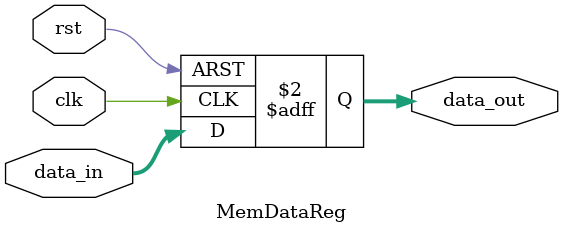
<source format=v>
module MemDataReg(clk, rst, data_in, data_out);
    input clk, rst;
    input [31:0] data_in;
    output reg [31:0] data_out;

    always @(posedge clk or posedge rst) begin
        if(rst)
            data_out <= 32'd0;
        else
            data_out <= data_in;
    end
endmodule
</source>
